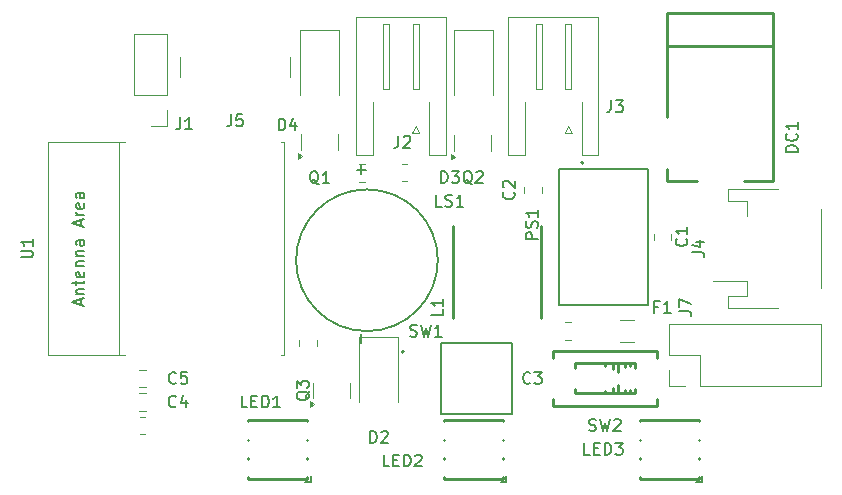
<source format=gbr>
%TF.GenerationSoftware,KiCad,Pcbnew,9.0.2*%
%TF.CreationDate,2025-06-03T14:55:12+02:00*%
%TF.ProjectId,aquarium-lid,61717561-7269-4756-9d2d-6c69642e6b69,2*%
%TF.SameCoordinates,Original*%
%TF.FileFunction,Legend,Top*%
%TF.FilePolarity,Positive*%
%FSLAX46Y46*%
G04 Gerber Fmt 4.6, Leading zero omitted, Abs format (unit mm)*
G04 Created by KiCad (PCBNEW 9.0.2) date 2025-06-03 14:55:12*
%MOMM*%
%LPD*%
G01*
G04 APERTURE LIST*
%ADD10C,0.150000*%
%ADD11C,0.120000*%
%ADD12C,0.127000*%
%ADD13C,0.200000*%
%ADD14C,0.250000*%
G04 APERTURE END LIST*
D10*
X53409580Y-35216666D02*
X53457200Y-35264285D01*
X53457200Y-35264285D02*
X53504819Y-35407142D01*
X53504819Y-35407142D02*
X53504819Y-35502380D01*
X53504819Y-35502380D02*
X53457200Y-35645237D01*
X53457200Y-35645237D02*
X53361961Y-35740475D01*
X53361961Y-35740475D02*
X53266723Y-35788094D01*
X53266723Y-35788094D02*
X53076247Y-35835713D01*
X53076247Y-35835713D02*
X52933390Y-35835713D01*
X52933390Y-35835713D02*
X52742914Y-35788094D01*
X52742914Y-35788094D02*
X52647676Y-35740475D01*
X52647676Y-35740475D02*
X52552438Y-35645237D01*
X52552438Y-35645237D02*
X52504819Y-35502380D01*
X52504819Y-35502380D02*
X52504819Y-35407142D01*
X52504819Y-35407142D02*
X52552438Y-35264285D01*
X52552438Y-35264285D02*
X52600057Y-35216666D01*
X52600057Y-34835713D02*
X52552438Y-34788094D01*
X52552438Y-34788094D02*
X52504819Y-34692856D01*
X52504819Y-34692856D02*
X52504819Y-34454761D01*
X52504819Y-34454761D02*
X52552438Y-34359523D01*
X52552438Y-34359523D02*
X52600057Y-34311904D01*
X52600057Y-34311904D02*
X52695295Y-34264285D01*
X52695295Y-34264285D02*
X52790533Y-34264285D01*
X52790533Y-34264285D02*
X52933390Y-34311904D01*
X52933390Y-34311904D02*
X53504819Y-34883332D01*
X53504819Y-34883332D02*
X53504819Y-34264285D01*
X36150057Y-52095238D02*
X36102438Y-52190476D01*
X36102438Y-52190476D02*
X36007200Y-52285714D01*
X36007200Y-52285714D02*
X35864342Y-52428571D01*
X35864342Y-52428571D02*
X35816723Y-52523809D01*
X35816723Y-52523809D02*
X35816723Y-52619047D01*
X36054819Y-52571428D02*
X36007200Y-52666666D01*
X36007200Y-52666666D02*
X35911961Y-52761904D01*
X35911961Y-52761904D02*
X35721485Y-52809523D01*
X35721485Y-52809523D02*
X35388152Y-52809523D01*
X35388152Y-52809523D02*
X35197676Y-52761904D01*
X35197676Y-52761904D02*
X35102438Y-52666666D01*
X35102438Y-52666666D02*
X35054819Y-52571428D01*
X35054819Y-52571428D02*
X35054819Y-52380952D01*
X35054819Y-52380952D02*
X35102438Y-52285714D01*
X35102438Y-52285714D02*
X35197676Y-52190476D01*
X35197676Y-52190476D02*
X35388152Y-52142857D01*
X35388152Y-52142857D02*
X35721485Y-52142857D01*
X35721485Y-52142857D02*
X35911961Y-52190476D01*
X35911961Y-52190476D02*
X36007200Y-52285714D01*
X36007200Y-52285714D02*
X36054819Y-52380952D01*
X36054819Y-52380952D02*
X36054819Y-52571428D01*
X35054819Y-51809523D02*
X35054819Y-51190476D01*
X35054819Y-51190476D02*
X35435771Y-51523809D01*
X35435771Y-51523809D02*
X35435771Y-51380952D01*
X35435771Y-51380952D02*
X35483390Y-51285714D01*
X35483390Y-51285714D02*
X35531009Y-51238095D01*
X35531009Y-51238095D02*
X35626247Y-51190476D01*
X35626247Y-51190476D02*
X35864342Y-51190476D01*
X35864342Y-51190476D02*
X35959580Y-51238095D01*
X35959580Y-51238095D02*
X36007200Y-51285714D01*
X36007200Y-51285714D02*
X36054819Y-51380952D01*
X36054819Y-51380952D02*
X36054819Y-51666666D01*
X36054819Y-51666666D02*
X36007200Y-51761904D01*
X36007200Y-51761904D02*
X35959580Y-51809523D01*
X43666666Y-30454819D02*
X43666666Y-31169104D01*
X43666666Y-31169104D02*
X43619047Y-31311961D01*
X43619047Y-31311961D02*
X43523809Y-31407200D01*
X43523809Y-31407200D02*
X43380952Y-31454819D01*
X43380952Y-31454819D02*
X43285714Y-31454819D01*
X44095238Y-30550057D02*
X44142857Y-30502438D01*
X44142857Y-30502438D02*
X44238095Y-30454819D01*
X44238095Y-30454819D02*
X44476190Y-30454819D01*
X44476190Y-30454819D02*
X44571428Y-30502438D01*
X44571428Y-30502438D02*
X44619047Y-30550057D01*
X44619047Y-30550057D02*
X44666666Y-30645295D01*
X44666666Y-30645295D02*
X44666666Y-30740533D01*
X44666666Y-30740533D02*
X44619047Y-30883390D01*
X44619047Y-30883390D02*
X44047619Y-31454819D01*
X44047619Y-31454819D02*
X44666666Y-31454819D01*
X25188781Y-28910984D02*
X25188781Y-29625269D01*
X25188781Y-29625269D02*
X25141162Y-29768126D01*
X25141162Y-29768126D02*
X25045924Y-29863365D01*
X25045924Y-29863365D02*
X24903067Y-29910984D01*
X24903067Y-29910984D02*
X24807829Y-29910984D01*
X26188781Y-29910984D02*
X25617353Y-29910984D01*
X25903067Y-29910984D02*
X25903067Y-28910984D01*
X25903067Y-28910984D02*
X25807829Y-29053841D01*
X25807829Y-29053841D02*
X25712591Y-29149079D01*
X25712591Y-29149079D02*
X25617353Y-29196698D01*
X55454819Y-39214285D02*
X54454819Y-39214285D01*
X54454819Y-39214285D02*
X54454819Y-38833333D01*
X54454819Y-38833333D02*
X54502438Y-38738095D01*
X54502438Y-38738095D02*
X54550057Y-38690476D01*
X54550057Y-38690476D02*
X54645295Y-38642857D01*
X54645295Y-38642857D02*
X54788152Y-38642857D01*
X54788152Y-38642857D02*
X54883390Y-38690476D01*
X54883390Y-38690476D02*
X54931009Y-38738095D01*
X54931009Y-38738095D02*
X54978628Y-38833333D01*
X54978628Y-38833333D02*
X54978628Y-39214285D01*
X55407200Y-38261904D02*
X55454819Y-38119047D01*
X55454819Y-38119047D02*
X55454819Y-37880952D01*
X55454819Y-37880952D02*
X55407200Y-37785714D01*
X55407200Y-37785714D02*
X55359580Y-37738095D01*
X55359580Y-37738095D02*
X55264342Y-37690476D01*
X55264342Y-37690476D02*
X55169104Y-37690476D01*
X55169104Y-37690476D02*
X55073866Y-37738095D01*
X55073866Y-37738095D02*
X55026247Y-37785714D01*
X55026247Y-37785714D02*
X54978628Y-37880952D01*
X54978628Y-37880952D02*
X54931009Y-38071428D01*
X54931009Y-38071428D02*
X54883390Y-38166666D01*
X54883390Y-38166666D02*
X54835771Y-38214285D01*
X54835771Y-38214285D02*
X54740533Y-38261904D01*
X54740533Y-38261904D02*
X54645295Y-38261904D01*
X54645295Y-38261904D02*
X54550057Y-38214285D01*
X54550057Y-38214285D02*
X54502438Y-38166666D01*
X54502438Y-38166666D02*
X54454819Y-38071428D01*
X54454819Y-38071428D02*
X54454819Y-37833333D01*
X54454819Y-37833333D02*
X54502438Y-37690476D01*
X55454819Y-36738095D02*
X55454819Y-37309523D01*
X55454819Y-37023809D02*
X54454819Y-37023809D01*
X54454819Y-37023809D02*
X54597676Y-37119047D01*
X54597676Y-37119047D02*
X54692914Y-37214285D01*
X54692914Y-37214285D02*
X54740533Y-37309523D01*
X59880952Y-57454819D02*
X59404762Y-57454819D01*
X59404762Y-57454819D02*
X59404762Y-56454819D01*
X60214286Y-56931009D02*
X60547619Y-56931009D01*
X60690476Y-57454819D02*
X60214286Y-57454819D01*
X60214286Y-57454819D02*
X60214286Y-56454819D01*
X60214286Y-56454819D02*
X60690476Y-56454819D01*
X61119048Y-57454819D02*
X61119048Y-56454819D01*
X61119048Y-56454819D02*
X61357143Y-56454819D01*
X61357143Y-56454819D02*
X61500000Y-56502438D01*
X61500000Y-56502438D02*
X61595238Y-56597676D01*
X61595238Y-56597676D02*
X61642857Y-56692914D01*
X61642857Y-56692914D02*
X61690476Y-56883390D01*
X61690476Y-56883390D02*
X61690476Y-57026247D01*
X61690476Y-57026247D02*
X61642857Y-57216723D01*
X61642857Y-57216723D02*
X61595238Y-57311961D01*
X61595238Y-57311961D02*
X61500000Y-57407200D01*
X61500000Y-57407200D02*
X61357143Y-57454819D01*
X61357143Y-57454819D02*
X61119048Y-57454819D01*
X62023810Y-56454819D02*
X62642857Y-56454819D01*
X62642857Y-56454819D02*
X62309524Y-56835771D01*
X62309524Y-56835771D02*
X62452381Y-56835771D01*
X62452381Y-56835771D02*
X62547619Y-56883390D01*
X62547619Y-56883390D02*
X62595238Y-56931009D01*
X62595238Y-56931009D02*
X62642857Y-57026247D01*
X62642857Y-57026247D02*
X62642857Y-57264342D01*
X62642857Y-57264342D02*
X62595238Y-57359580D01*
X62595238Y-57359580D02*
X62547619Y-57407200D01*
X62547619Y-57407200D02*
X62452381Y-57454819D01*
X62452381Y-57454819D02*
X62166667Y-57454819D01*
X62166667Y-57454819D02*
X62071429Y-57407200D01*
X62071429Y-57407200D02*
X62023810Y-57359580D01*
X54833333Y-51359580D02*
X54785714Y-51407200D01*
X54785714Y-51407200D02*
X54642857Y-51454819D01*
X54642857Y-51454819D02*
X54547619Y-51454819D01*
X54547619Y-51454819D02*
X54404762Y-51407200D01*
X54404762Y-51407200D02*
X54309524Y-51311961D01*
X54309524Y-51311961D02*
X54261905Y-51216723D01*
X54261905Y-51216723D02*
X54214286Y-51026247D01*
X54214286Y-51026247D02*
X54214286Y-50883390D01*
X54214286Y-50883390D02*
X54261905Y-50692914D01*
X54261905Y-50692914D02*
X54309524Y-50597676D01*
X54309524Y-50597676D02*
X54404762Y-50502438D01*
X54404762Y-50502438D02*
X54547619Y-50454819D01*
X54547619Y-50454819D02*
X54642857Y-50454819D01*
X54642857Y-50454819D02*
X54785714Y-50502438D01*
X54785714Y-50502438D02*
X54833333Y-50550057D01*
X55166667Y-50454819D02*
X55785714Y-50454819D01*
X55785714Y-50454819D02*
X55452381Y-50835771D01*
X55452381Y-50835771D02*
X55595238Y-50835771D01*
X55595238Y-50835771D02*
X55690476Y-50883390D01*
X55690476Y-50883390D02*
X55738095Y-50931009D01*
X55738095Y-50931009D02*
X55785714Y-51026247D01*
X55785714Y-51026247D02*
X55785714Y-51264342D01*
X55785714Y-51264342D02*
X55738095Y-51359580D01*
X55738095Y-51359580D02*
X55690476Y-51407200D01*
X55690476Y-51407200D02*
X55595238Y-51454819D01*
X55595238Y-51454819D02*
X55309524Y-51454819D01*
X55309524Y-51454819D02*
X55214286Y-51407200D01*
X55214286Y-51407200D02*
X55166667Y-51359580D01*
X67454819Y-45333333D02*
X68169104Y-45333333D01*
X68169104Y-45333333D02*
X68311961Y-45380952D01*
X68311961Y-45380952D02*
X68407200Y-45476190D01*
X68407200Y-45476190D02*
X68454819Y-45619047D01*
X68454819Y-45619047D02*
X68454819Y-45714285D01*
X67454819Y-44952380D02*
X67454819Y-44285714D01*
X67454819Y-44285714D02*
X68454819Y-44714285D01*
X33516572Y-29997133D02*
X33516572Y-28997133D01*
X33516572Y-28997133D02*
X33754667Y-28997133D01*
X33754667Y-28997133D02*
X33897524Y-29044752D01*
X33897524Y-29044752D02*
X33992762Y-29139990D01*
X33992762Y-29139990D02*
X34040381Y-29235228D01*
X34040381Y-29235228D02*
X34088000Y-29425704D01*
X34088000Y-29425704D02*
X34088000Y-29568561D01*
X34088000Y-29568561D02*
X34040381Y-29759037D01*
X34040381Y-29759037D02*
X33992762Y-29854275D01*
X33992762Y-29854275D02*
X33897524Y-29949514D01*
X33897524Y-29949514D02*
X33754667Y-29997133D01*
X33754667Y-29997133D02*
X33516572Y-29997133D01*
X34945143Y-29330466D02*
X34945143Y-29997133D01*
X34707048Y-28949514D02*
X34468953Y-29663799D01*
X34468953Y-29663799D02*
X35088000Y-29663799D01*
X77454819Y-31838094D02*
X76454819Y-31838094D01*
X76454819Y-31838094D02*
X76454819Y-31599999D01*
X76454819Y-31599999D02*
X76502438Y-31457142D01*
X76502438Y-31457142D02*
X76597676Y-31361904D01*
X76597676Y-31361904D02*
X76692914Y-31314285D01*
X76692914Y-31314285D02*
X76883390Y-31266666D01*
X76883390Y-31266666D02*
X77026247Y-31266666D01*
X77026247Y-31266666D02*
X77216723Y-31314285D01*
X77216723Y-31314285D02*
X77311961Y-31361904D01*
X77311961Y-31361904D02*
X77407200Y-31457142D01*
X77407200Y-31457142D02*
X77454819Y-31599999D01*
X77454819Y-31599999D02*
X77454819Y-31838094D01*
X77359580Y-30266666D02*
X77407200Y-30314285D01*
X77407200Y-30314285D02*
X77454819Y-30457142D01*
X77454819Y-30457142D02*
X77454819Y-30552380D01*
X77454819Y-30552380D02*
X77407200Y-30695237D01*
X77407200Y-30695237D02*
X77311961Y-30790475D01*
X77311961Y-30790475D02*
X77216723Y-30838094D01*
X77216723Y-30838094D02*
X77026247Y-30885713D01*
X77026247Y-30885713D02*
X76883390Y-30885713D01*
X76883390Y-30885713D02*
X76692914Y-30838094D01*
X76692914Y-30838094D02*
X76597676Y-30790475D01*
X76597676Y-30790475D02*
X76502438Y-30695237D01*
X76502438Y-30695237D02*
X76454819Y-30552380D01*
X76454819Y-30552380D02*
X76454819Y-30457142D01*
X76454819Y-30457142D02*
X76502438Y-30314285D01*
X76502438Y-30314285D02*
X76550057Y-30266666D01*
X77454819Y-29314285D02*
X77454819Y-29885713D01*
X77454819Y-29599999D02*
X76454819Y-29599999D01*
X76454819Y-29599999D02*
X76597676Y-29695237D01*
X76597676Y-29695237D02*
X76692914Y-29790475D01*
X76692914Y-29790475D02*
X76740533Y-29885713D01*
X47261905Y-34454819D02*
X47261905Y-33454819D01*
X47261905Y-33454819D02*
X47500000Y-33454819D01*
X47500000Y-33454819D02*
X47642857Y-33502438D01*
X47642857Y-33502438D02*
X47738095Y-33597676D01*
X47738095Y-33597676D02*
X47785714Y-33692914D01*
X47785714Y-33692914D02*
X47833333Y-33883390D01*
X47833333Y-33883390D02*
X47833333Y-34026247D01*
X47833333Y-34026247D02*
X47785714Y-34216723D01*
X47785714Y-34216723D02*
X47738095Y-34311961D01*
X47738095Y-34311961D02*
X47642857Y-34407200D01*
X47642857Y-34407200D02*
X47500000Y-34454819D01*
X47500000Y-34454819D02*
X47261905Y-34454819D01*
X48166667Y-33454819D02*
X48785714Y-33454819D01*
X48785714Y-33454819D02*
X48452381Y-33835771D01*
X48452381Y-33835771D02*
X48595238Y-33835771D01*
X48595238Y-33835771D02*
X48690476Y-33883390D01*
X48690476Y-33883390D02*
X48738095Y-33931009D01*
X48738095Y-33931009D02*
X48785714Y-34026247D01*
X48785714Y-34026247D02*
X48785714Y-34264342D01*
X48785714Y-34264342D02*
X48738095Y-34359580D01*
X48738095Y-34359580D02*
X48690476Y-34407200D01*
X48690476Y-34407200D02*
X48595238Y-34454819D01*
X48595238Y-34454819D02*
X48309524Y-34454819D01*
X48309524Y-34454819D02*
X48214286Y-34407200D01*
X48214286Y-34407200D02*
X48166667Y-34359580D01*
X30880952Y-53454819D02*
X30404762Y-53454819D01*
X30404762Y-53454819D02*
X30404762Y-52454819D01*
X31214286Y-52931009D02*
X31547619Y-52931009D01*
X31690476Y-53454819D02*
X31214286Y-53454819D01*
X31214286Y-53454819D02*
X31214286Y-52454819D01*
X31214286Y-52454819D02*
X31690476Y-52454819D01*
X32119048Y-53454819D02*
X32119048Y-52454819D01*
X32119048Y-52454819D02*
X32357143Y-52454819D01*
X32357143Y-52454819D02*
X32500000Y-52502438D01*
X32500000Y-52502438D02*
X32595238Y-52597676D01*
X32595238Y-52597676D02*
X32642857Y-52692914D01*
X32642857Y-52692914D02*
X32690476Y-52883390D01*
X32690476Y-52883390D02*
X32690476Y-53026247D01*
X32690476Y-53026247D02*
X32642857Y-53216723D01*
X32642857Y-53216723D02*
X32595238Y-53311961D01*
X32595238Y-53311961D02*
X32500000Y-53407200D01*
X32500000Y-53407200D02*
X32357143Y-53454819D01*
X32357143Y-53454819D02*
X32119048Y-53454819D01*
X33642857Y-53454819D02*
X33071429Y-53454819D01*
X33357143Y-53454819D02*
X33357143Y-52454819D01*
X33357143Y-52454819D02*
X33261905Y-52597676D01*
X33261905Y-52597676D02*
X33166667Y-52692914D01*
X33166667Y-52692914D02*
X33071429Y-52740533D01*
X24833333Y-51359580D02*
X24785714Y-51407200D01*
X24785714Y-51407200D02*
X24642857Y-51454819D01*
X24642857Y-51454819D02*
X24547619Y-51454819D01*
X24547619Y-51454819D02*
X24404762Y-51407200D01*
X24404762Y-51407200D02*
X24309524Y-51311961D01*
X24309524Y-51311961D02*
X24261905Y-51216723D01*
X24261905Y-51216723D02*
X24214286Y-51026247D01*
X24214286Y-51026247D02*
X24214286Y-50883390D01*
X24214286Y-50883390D02*
X24261905Y-50692914D01*
X24261905Y-50692914D02*
X24309524Y-50597676D01*
X24309524Y-50597676D02*
X24404762Y-50502438D01*
X24404762Y-50502438D02*
X24547619Y-50454819D01*
X24547619Y-50454819D02*
X24642857Y-50454819D01*
X24642857Y-50454819D02*
X24785714Y-50502438D01*
X24785714Y-50502438D02*
X24833333Y-50550057D01*
X25738095Y-50454819D02*
X25261905Y-50454819D01*
X25261905Y-50454819D02*
X25214286Y-50931009D01*
X25214286Y-50931009D02*
X25261905Y-50883390D01*
X25261905Y-50883390D02*
X25357143Y-50835771D01*
X25357143Y-50835771D02*
X25595238Y-50835771D01*
X25595238Y-50835771D02*
X25690476Y-50883390D01*
X25690476Y-50883390D02*
X25738095Y-50931009D01*
X25738095Y-50931009D02*
X25785714Y-51026247D01*
X25785714Y-51026247D02*
X25785714Y-51264342D01*
X25785714Y-51264342D02*
X25738095Y-51359580D01*
X25738095Y-51359580D02*
X25690476Y-51407200D01*
X25690476Y-51407200D02*
X25595238Y-51454819D01*
X25595238Y-51454819D02*
X25357143Y-51454819D01*
X25357143Y-51454819D02*
X25261905Y-51407200D01*
X25261905Y-51407200D02*
X25214286Y-51359580D01*
X41261905Y-56454819D02*
X41261905Y-55454819D01*
X41261905Y-55454819D02*
X41500000Y-55454819D01*
X41500000Y-55454819D02*
X41642857Y-55502438D01*
X41642857Y-55502438D02*
X41738095Y-55597676D01*
X41738095Y-55597676D02*
X41785714Y-55692914D01*
X41785714Y-55692914D02*
X41833333Y-55883390D01*
X41833333Y-55883390D02*
X41833333Y-56026247D01*
X41833333Y-56026247D02*
X41785714Y-56216723D01*
X41785714Y-56216723D02*
X41738095Y-56311961D01*
X41738095Y-56311961D02*
X41642857Y-56407200D01*
X41642857Y-56407200D02*
X41500000Y-56454819D01*
X41500000Y-56454819D02*
X41261905Y-56454819D01*
X42214286Y-55550057D02*
X42261905Y-55502438D01*
X42261905Y-55502438D02*
X42357143Y-55454819D01*
X42357143Y-55454819D02*
X42595238Y-55454819D01*
X42595238Y-55454819D02*
X42690476Y-55502438D01*
X42690476Y-55502438D02*
X42738095Y-55550057D01*
X42738095Y-55550057D02*
X42785714Y-55645295D01*
X42785714Y-55645295D02*
X42785714Y-55740533D01*
X42785714Y-55740533D02*
X42738095Y-55883390D01*
X42738095Y-55883390D02*
X42166667Y-56454819D01*
X42166667Y-56454819D02*
X42785714Y-56454819D01*
X36904761Y-34550057D02*
X36809523Y-34502438D01*
X36809523Y-34502438D02*
X36714285Y-34407200D01*
X36714285Y-34407200D02*
X36571428Y-34264342D01*
X36571428Y-34264342D02*
X36476190Y-34216723D01*
X36476190Y-34216723D02*
X36380952Y-34216723D01*
X36428571Y-34454819D02*
X36333333Y-34407200D01*
X36333333Y-34407200D02*
X36238095Y-34311961D01*
X36238095Y-34311961D02*
X36190476Y-34121485D01*
X36190476Y-34121485D02*
X36190476Y-33788152D01*
X36190476Y-33788152D02*
X36238095Y-33597676D01*
X36238095Y-33597676D02*
X36333333Y-33502438D01*
X36333333Y-33502438D02*
X36428571Y-33454819D01*
X36428571Y-33454819D02*
X36619047Y-33454819D01*
X36619047Y-33454819D02*
X36714285Y-33502438D01*
X36714285Y-33502438D02*
X36809523Y-33597676D01*
X36809523Y-33597676D02*
X36857142Y-33788152D01*
X36857142Y-33788152D02*
X36857142Y-34121485D01*
X36857142Y-34121485D02*
X36809523Y-34311961D01*
X36809523Y-34311961D02*
X36714285Y-34407200D01*
X36714285Y-34407200D02*
X36619047Y-34454819D01*
X36619047Y-34454819D02*
X36428571Y-34454819D01*
X37809523Y-34454819D02*
X37238095Y-34454819D01*
X37523809Y-34454819D02*
X37523809Y-33454819D01*
X37523809Y-33454819D02*
X37428571Y-33597676D01*
X37428571Y-33597676D02*
X37333333Y-33692914D01*
X37333333Y-33692914D02*
X37238095Y-33740533D01*
X47454819Y-45166666D02*
X47454819Y-45642856D01*
X47454819Y-45642856D02*
X46454819Y-45642856D01*
X47454819Y-44309523D02*
X47454819Y-44880951D01*
X47454819Y-44595237D02*
X46454819Y-44595237D01*
X46454819Y-44595237D02*
X46597676Y-44690475D01*
X46597676Y-44690475D02*
X46692914Y-44785713D01*
X46692914Y-44785713D02*
X46740533Y-44880951D01*
X49904761Y-34550057D02*
X49809523Y-34502438D01*
X49809523Y-34502438D02*
X49714285Y-34407200D01*
X49714285Y-34407200D02*
X49571428Y-34264342D01*
X49571428Y-34264342D02*
X49476190Y-34216723D01*
X49476190Y-34216723D02*
X49380952Y-34216723D01*
X49428571Y-34454819D02*
X49333333Y-34407200D01*
X49333333Y-34407200D02*
X49238095Y-34311961D01*
X49238095Y-34311961D02*
X49190476Y-34121485D01*
X49190476Y-34121485D02*
X49190476Y-33788152D01*
X49190476Y-33788152D02*
X49238095Y-33597676D01*
X49238095Y-33597676D02*
X49333333Y-33502438D01*
X49333333Y-33502438D02*
X49428571Y-33454819D01*
X49428571Y-33454819D02*
X49619047Y-33454819D01*
X49619047Y-33454819D02*
X49714285Y-33502438D01*
X49714285Y-33502438D02*
X49809523Y-33597676D01*
X49809523Y-33597676D02*
X49857142Y-33788152D01*
X49857142Y-33788152D02*
X49857142Y-34121485D01*
X49857142Y-34121485D02*
X49809523Y-34311961D01*
X49809523Y-34311961D02*
X49714285Y-34407200D01*
X49714285Y-34407200D02*
X49619047Y-34454819D01*
X49619047Y-34454819D02*
X49428571Y-34454819D01*
X50238095Y-33550057D02*
X50285714Y-33502438D01*
X50285714Y-33502438D02*
X50380952Y-33454819D01*
X50380952Y-33454819D02*
X50619047Y-33454819D01*
X50619047Y-33454819D02*
X50714285Y-33502438D01*
X50714285Y-33502438D02*
X50761904Y-33550057D01*
X50761904Y-33550057D02*
X50809523Y-33645295D01*
X50809523Y-33645295D02*
X50809523Y-33740533D01*
X50809523Y-33740533D02*
X50761904Y-33883390D01*
X50761904Y-33883390D02*
X50190476Y-34454819D01*
X50190476Y-34454819D02*
X50809523Y-34454819D01*
X44666667Y-47407200D02*
X44809524Y-47454819D01*
X44809524Y-47454819D02*
X45047619Y-47454819D01*
X45047619Y-47454819D02*
X45142857Y-47407200D01*
X45142857Y-47407200D02*
X45190476Y-47359580D01*
X45190476Y-47359580D02*
X45238095Y-47264342D01*
X45238095Y-47264342D02*
X45238095Y-47169104D01*
X45238095Y-47169104D02*
X45190476Y-47073866D01*
X45190476Y-47073866D02*
X45142857Y-47026247D01*
X45142857Y-47026247D02*
X45047619Y-46978628D01*
X45047619Y-46978628D02*
X44857143Y-46931009D01*
X44857143Y-46931009D02*
X44761905Y-46883390D01*
X44761905Y-46883390D02*
X44714286Y-46835771D01*
X44714286Y-46835771D02*
X44666667Y-46740533D01*
X44666667Y-46740533D02*
X44666667Y-46645295D01*
X44666667Y-46645295D02*
X44714286Y-46550057D01*
X44714286Y-46550057D02*
X44761905Y-46502438D01*
X44761905Y-46502438D02*
X44857143Y-46454819D01*
X44857143Y-46454819D02*
X45095238Y-46454819D01*
X45095238Y-46454819D02*
X45238095Y-46502438D01*
X45571429Y-46454819D02*
X45809524Y-47454819D01*
X45809524Y-47454819D02*
X46000000Y-46740533D01*
X46000000Y-46740533D02*
X46190476Y-47454819D01*
X46190476Y-47454819D02*
X46428572Y-46454819D01*
X47333333Y-47454819D02*
X46761905Y-47454819D01*
X47047619Y-47454819D02*
X47047619Y-46454819D01*
X47047619Y-46454819D02*
X46952381Y-46597676D01*
X46952381Y-46597676D02*
X46857143Y-46692914D01*
X46857143Y-46692914D02*
X46761905Y-46740533D01*
X68039580Y-39166666D02*
X68087200Y-39214285D01*
X68087200Y-39214285D02*
X68134819Y-39357142D01*
X68134819Y-39357142D02*
X68134819Y-39452380D01*
X68134819Y-39452380D02*
X68087200Y-39595237D01*
X68087200Y-39595237D02*
X67991961Y-39690475D01*
X67991961Y-39690475D02*
X67896723Y-39738094D01*
X67896723Y-39738094D02*
X67706247Y-39785713D01*
X67706247Y-39785713D02*
X67563390Y-39785713D01*
X67563390Y-39785713D02*
X67372914Y-39738094D01*
X67372914Y-39738094D02*
X67277676Y-39690475D01*
X67277676Y-39690475D02*
X67182438Y-39595237D01*
X67182438Y-39595237D02*
X67134819Y-39452380D01*
X67134819Y-39452380D02*
X67134819Y-39357142D01*
X67134819Y-39357142D02*
X67182438Y-39214285D01*
X67182438Y-39214285D02*
X67230057Y-39166666D01*
X68134819Y-38214285D02*
X68134819Y-38785713D01*
X68134819Y-38499999D02*
X67134819Y-38499999D01*
X67134819Y-38499999D02*
X67277676Y-38595237D01*
X67277676Y-38595237D02*
X67372914Y-38690475D01*
X67372914Y-38690475D02*
X67420533Y-38785713D01*
X47356278Y-36455442D02*
X46879446Y-36455442D01*
X46879446Y-36455442D02*
X46879446Y-35454096D01*
X47642376Y-36407759D02*
X47785426Y-36455442D01*
X47785426Y-36455442D02*
X48023841Y-36455442D01*
X48023841Y-36455442D02*
X48119208Y-36407759D01*
X48119208Y-36407759D02*
X48166891Y-36360075D01*
X48166891Y-36360075D02*
X48214574Y-36264709D01*
X48214574Y-36264709D02*
X48214574Y-36169343D01*
X48214574Y-36169343D02*
X48166891Y-36073977D01*
X48166891Y-36073977D02*
X48119208Y-36026293D01*
X48119208Y-36026293D02*
X48023841Y-35978610D01*
X48023841Y-35978610D02*
X47833109Y-35930927D01*
X47833109Y-35930927D02*
X47737742Y-35883244D01*
X47737742Y-35883244D02*
X47690059Y-35835561D01*
X47690059Y-35835561D02*
X47642376Y-35740195D01*
X47642376Y-35740195D02*
X47642376Y-35644828D01*
X47642376Y-35644828D02*
X47690059Y-35549462D01*
X47690059Y-35549462D02*
X47737742Y-35501779D01*
X47737742Y-35501779D02*
X47833109Y-35454096D01*
X47833109Y-35454096D02*
X48071524Y-35454096D01*
X48071524Y-35454096D02*
X48214574Y-35501779D01*
X49168237Y-36455442D02*
X48596039Y-36455442D01*
X48882138Y-36455442D02*
X48882138Y-35454096D01*
X48882138Y-35454096D02*
X48786772Y-35597145D01*
X48786772Y-35597145D02*
X48691405Y-35692511D01*
X48691405Y-35692511D02*
X48596039Y-35740195D01*
X40502888Y-33726443D02*
X40502888Y-32963015D01*
X40884602Y-33344729D02*
X40121173Y-33344729D01*
X40503098Y-47989228D02*
X40503098Y-47226130D01*
X68554819Y-40333333D02*
X69269104Y-40333333D01*
X69269104Y-40333333D02*
X69411961Y-40380952D01*
X69411961Y-40380952D02*
X69507200Y-40476190D01*
X69507200Y-40476190D02*
X69554819Y-40619047D01*
X69554819Y-40619047D02*
X69554819Y-40714285D01*
X68888152Y-39428571D02*
X69554819Y-39428571D01*
X68507200Y-39666666D02*
X69221485Y-39904761D01*
X69221485Y-39904761D02*
X69221485Y-39285714D01*
X24833333Y-53359580D02*
X24785714Y-53407200D01*
X24785714Y-53407200D02*
X24642857Y-53454819D01*
X24642857Y-53454819D02*
X24547619Y-53454819D01*
X24547619Y-53454819D02*
X24404762Y-53407200D01*
X24404762Y-53407200D02*
X24309524Y-53311961D01*
X24309524Y-53311961D02*
X24261905Y-53216723D01*
X24261905Y-53216723D02*
X24214286Y-53026247D01*
X24214286Y-53026247D02*
X24214286Y-52883390D01*
X24214286Y-52883390D02*
X24261905Y-52692914D01*
X24261905Y-52692914D02*
X24309524Y-52597676D01*
X24309524Y-52597676D02*
X24404762Y-52502438D01*
X24404762Y-52502438D02*
X24547619Y-52454819D01*
X24547619Y-52454819D02*
X24642857Y-52454819D01*
X24642857Y-52454819D02*
X24785714Y-52502438D01*
X24785714Y-52502438D02*
X24833333Y-52550057D01*
X25690476Y-52788152D02*
X25690476Y-53454819D01*
X25452381Y-52407200D02*
X25214286Y-53121485D01*
X25214286Y-53121485D02*
X25833333Y-53121485D01*
X42880952Y-58454819D02*
X42404762Y-58454819D01*
X42404762Y-58454819D02*
X42404762Y-57454819D01*
X43214286Y-57931009D02*
X43547619Y-57931009D01*
X43690476Y-58454819D02*
X43214286Y-58454819D01*
X43214286Y-58454819D02*
X43214286Y-57454819D01*
X43214286Y-57454819D02*
X43690476Y-57454819D01*
X44119048Y-58454819D02*
X44119048Y-57454819D01*
X44119048Y-57454819D02*
X44357143Y-57454819D01*
X44357143Y-57454819D02*
X44500000Y-57502438D01*
X44500000Y-57502438D02*
X44595238Y-57597676D01*
X44595238Y-57597676D02*
X44642857Y-57692914D01*
X44642857Y-57692914D02*
X44690476Y-57883390D01*
X44690476Y-57883390D02*
X44690476Y-58026247D01*
X44690476Y-58026247D02*
X44642857Y-58216723D01*
X44642857Y-58216723D02*
X44595238Y-58311961D01*
X44595238Y-58311961D02*
X44500000Y-58407200D01*
X44500000Y-58407200D02*
X44357143Y-58454819D01*
X44357143Y-58454819D02*
X44119048Y-58454819D01*
X45071429Y-57550057D02*
X45119048Y-57502438D01*
X45119048Y-57502438D02*
X45214286Y-57454819D01*
X45214286Y-57454819D02*
X45452381Y-57454819D01*
X45452381Y-57454819D02*
X45547619Y-57502438D01*
X45547619Y-57502438D02*
X45595238Y-57550057D01*
X45595238Y-57550057D02*
X45642857Y-57645295D01*
X45642857Y-57645295D02*
X45642857Y-57740533D01*
X45642857Y-57740533D02*
X45595238Y-57883390D01*
X45595238Y-57883390D02*
X45023810Y-58454819D01*
X45023810Y-58454819D02*
X45642857Y-58454819D01*
X11704819Y-40761904D02*
X12514342Y-40761904D01*
X12514342Y-40761904D02*
X12609580Y-40714285D01*
X12609580Y-40714285D02*
X12657200Y-40666666D01*
X12657200Y-40666666D02*
X12704819Y-40571428D01*
X12704819Y-40571428D02*
X12704819Y-40380952D01*
X12704819Y-40380952D02*
X12657200Y-40285714D01*
X12657200Y-40285714D02*
X12609580Y-40238095D01*
X12609580Y-40238095D02*
X12514342Y-40190476D01*
X12514342Y-40190476D02*
X11704819Y-40190476D01*
X12704819Y-39190476D02*
X12704819Y-39761904D01*
X12704819Y-39476190D02*
X11704819Y-39476190D01*
X11704819Y-39476190D02*
X11847676Y-39571428D01*
X11847676Y-39571428D02*
X11942914Y-39666666D01*
X11942914Y-39666666D02*
X11990533Y-39761904D01*
X16769104Y-44761905D02*
X16769104Y-44285715D01*
X17054819Y-44857143D02*
X16054819Y-44523810D01*
X16054819Y-44523810D02*
X17054819Y-44190477D01*
X16388152Y-43857143D02*
X17054819Y-43857143D01*
X16483390Y-43857143D02*
X16435771Y-43809524D01*
X16435771Y-43809524D02*
X16388152Y-43714286D01*
X16388152Y-43714286D02*
X16388152Y-43571429D01*
X16388152Y-43571429D02*
X16435771Y-43476191D01*
X16435771Y-43476191D02*
X16531009Y-43428572D01*
X16531009Y-43428572D02*
X17054819Y-43428572D01*
X16388152Y-43095238D02*
X16388152Y-42714286D01*
X16054819Y-42952381D02*
X16911961Y-42952381D01*
X16911961Y-42952381D02*
X17007200Y-42904762D01*
X17007200Y-42904762D02*
X17054819Y-42809524D01*
X17054819Y-42809524D02*
X17054819Y-42714286D01*
X17007200Y-42000000D02*
X17054819Y-42095238D01*
X17054819Y-42095238D02*
X17054819Y-42285714D01*
X17054819Y-42285714D02*
X17007200Y-42380952D01*
X17007200Y-42380952D02*
X16911961Y-42428571D01*
X16911961Y-42428571D02*
X16531009Y-42428571D01*
X16531009Y-42428571D02*
X16435771Y-42380952D01*
X16435771Y-42380952D02*
X16388152Y-42285714D01*
X16388152Y-42285714D02*
X16388152Y-42095238D01*
X16388152Y-42095238D02*
X16435771Y-42000000D01*
X16435771Y-42000000D02*
X16531009Y-41952381D01*
X16531009Y-41952381D02*
X16626247Y-41952381D01*
X16626247Y-41952381D02*
X16721485Y-42428571D01*
X16388152Y-41523809D02*
X17054819Y-41523809D01*
X16483390Y-41523809D02*
X16435771Y-41476190D01*
X16435771Y-41476190D02*
X16388152Y-41380952D01*
X16388152Y-41380952D02*
X16388152Y-41238095D01*
X16388152Y-41238095D02*
X16435771Y-41142857D01*
X16435771Y-41142857D02*
X16531009Y-41095238D01*
X16531009Y-41095238D02*
X17054819Y-41095238D01*
X16388152Y-40619047D02*
X17054819Y-40619047D01*
X16483390Y-40619047D02*
X16435771Y-40571428D01*
X16435771Y-40571428D02*
X16388152Y-40476190D01*
X16388152Y-40476190D02*
X16388152Y-40333333D01*
X16388152Y-40333333D02*
X16435771Y-40238095D01*
X16435771Y-40238095D02*
X16531009Y-40190476D01*
X16531009Y-40190476D02*
X17054819Y-40190476D01*
X17054819Y-39285714D02*
X16531009Y-39285714D01*
X16531009Y-39285714D02*
X16435771Y-39333333D01*
X16435771Y-39333333D02*
X16388152Y-39428571D01*
X16388152Y-39428571D02*
X16388152Y-39619047D01*
X16388152Y-39619047D02*
X16435771Y-39714285D01*
X17007200Y-39285714D02*
X17054819Y-39380952D01*
X17054819Y-39380952D02*
X17054819Y-39619047D01*
X17054819Y-39619047D02*
X17007200Y-39714285D01*
X17007200Y-39714285D02*
X16911961Y-39761904D01*
X16911961Y-39761904D02*
X16816723Y-39761904D01*
X16816723Y-39761904D02*
X16721485Y-39714285D01*
X16721485Y-39714285D02*
X16673866Y-39619047D01*
X16673866Y-39619047D02*
X16673866Y-39380952D01*
X16673866Y-39380952D02*
X16626247Y-39285714D01*
X16769104Y-38095237D02*
X16769104Y-37619047D01*
X17054819Y-38190475D02*
X16054819Y-37857142D01*
X16054819Y-37857142D02*
X17054819Y-37523809D01*
X17054819Y-37190475D02*
X16388152Y-37190475D01*
X16578628Y-37190475D02*
X16483390Y-37142856D01*
X16483390Y-37142856D02*
X16435771Y-37095237D01*
X16435771Y-37095237D02*
X16388152Y-36999999D01*
X16388152Y-36999999D02*
X16388152Y-36904761D01*
X17007200Y-36190475D02*
X17054819Y-36285713D01*
X17054819Y-36285713D02*
X17054819Y-36476189D01*
X17054819Y-36476189D02*
X17007200Y-36571427D01*
X17007200Y-36571427D02*
X16911961Y-36619046D01*
X16911961Y-36619046D02*
X16531009Y-36619046D01*
X16531009Y-36619046D02*
X16435771Y-36571427D01*
X16435771Y-36571427D02*
X16388152Y-36476189D01*
X16388152Y-36476189D02*
X16388152Y-36285713D01*
X16388152Y-36285713D02*
X16435771Y-36190475D01*
X16435771Y-36190475D02*
X16531009Y-36142856D01*
X16531009Y-36142856D02*
X16626247Y-36142856D01*
X16626247Y-36142856D02*
X16721485Y-36619046D01*
X17054819Y-35285713D02*
X16531009Y-35285713D01*
X16531009Y-35285713D02*
X16435771Y-35333332D01*
X16435771Y-35333332D02*
X16388152Y-35428570D01*
X16388152Y-35428570D02*
X16388152Y-35619046D01*
X16388152Y-35619046D02*
X16435771Y-35714284D01*
X17007200Y-35285713D02*
X17054819Y-35380951D01*
X17054819Y-35380951D02*
X17054819Y-35619046D01*
X17054819Y-35619046D02*
X17007200Y-35714284D01*
X17007200Y-35714284D02*
X16911961Y-35761903D01*
X16911961Y-35761903D02*
X16816723Y-35761903D01*
X16816723Y-35761903D02*
X16721485Y-35714284D01*
X16721485Y-35714284D02*
X16673866Y-35619046D01*
X16673866Y-35619046D02*
X16673866Y-35380951D01*
X16673866Y-35380951D02*
X16626247Y-35285713D01*
X65666666Y-44931009D02*
X65333333Y-44931009D01*
X65333333Y-45454819D02*
X65333333Y-44454819D01*
X65333333Y-44454819D02*
X65809523Y-44454819D01*
X66714285Y-45454819D02*
X66142857Y-45454819D01*
X66428571Y-45454819D02*
X66428571Y-44454819D01*
X66428571Y-44454819D02*
X66333333Y-44597676D01*
X66333333Y-44597676D02*
X66238095Y-44692914D01*
X66238095Y-44692914D02*
X66142857Y-44740533D01*
X29501666Y-28654819D02*
X29501666Y-29369104D01*
X29501666Y-29369104D02*
X29454047Y-29511961D01*
X29454047Y-29511961D02*
X29358809Y-29607200D01*
X29358809Y-29607200D02*
X29215952Y-29654819D01*
X29215952Y-29654819D02*
X29120714Y-29654819D01*
X30454047Y-28654819D02*
X29977857Y-28654819D01*
X29977857Y-28654819D02*
X29930238Y-29131009D01*
X29930238Y-29131009D02*
X29977857Y-29083390D01*
X29977857Y-29083390D02*
X30073095Y-29035771D01*
X30073095Y-29035771D02*
X30311190Y-29035771D01*
X30311190Y-29035771D02*
X30406428Y-29083390D01*
X30406428Y-29083390D02*
X30454047Y-29131009D01*
X30454047Y-29131009D02*
X30501666Y-29226247D01*
X30501666Y-29226247D02*
X30501666Y-29464342D01*
X30501666Y-29464342D02*
X30454047Y-29559580D01*
X30454047Y-29559580D02*
X30406428Y-29607200D01*
X30406428Y-29607200D02*
X30311190Y-29654819D01*
X30311190Y-29654819D02*
X30073095Y-29654819D01*
X30073095Y-29654819D02*
X29977857Y-29607200D01*
X29977857Y-29607200D02*
X29930238Y-29559580D01*
X61666666Y-27454819D02*
X61666666Y-28169104D01*
X61666666Y-28169104D02*
X61619047Y-28311961D01*
X61619047Y-28311961D02*
X61523809Y-28407200D01*
X61523809Y-28407200D02*
X61380952Y-28454819D01*
X61380952Y-28454819D02*
X61285714Y-28454819D01*
X62047619Y-27454819D02*
X62666666Y-27454819D01*
X62666666Y-27454819D02*
X62333333Y-27835771D01*
X62333333Y-27835771D02*
X62476190Y-27835771D01*
X62476190Y-27835771D02*
X62571428Y-27883390D01*
X62571428Y-27883390D02*
X62619047Y-27931009D01*
X62619047Y-27931009D02*
X62666666Y-28026247D01*
X62666666Y-28026247D02*
X62666666Y-28264342D01*
X62666666Y-28264342D02*
X62619047Y-28359580D01*
X62619047Y-28359580D02*
X62571428Y-28407200D01*
X62571428Y-28407200D02*
X62476190Y-28454819D01*
X62476190Y-28454819D02*
X62190476Y-28454819D01*
X62190476Y-28454819D02*
X62095238Y-28407200D01*
X62095238Y-28407200D02*
X62047619Y-28359580D01*
X59816667Y-55407200D02*
X59959524Y-55454819D01*
X59959524Y-55454819D02*
X60197619Y-55454819D01*
X60197619Y-55454819D02*
X60292857Y-55407200D01*
X60292857Y-55407200D02*
X60340476Y-55359580D01*
X60340476Y-55359580D02*
X60388095Y-55264342D01*
X60388095Y-55264342D02*
X60388095Y-55169104D01*
X60388095Y-55169104D02*
X60340476Y-55073866D01*
X60340476Y-55073866D02*
X60292857Y-55026247D01*
X60292857Y-55026247D02*
X60197619Y-54978628D01*
X60197619Y-54978628D02*
X60007143Y-54931009D01*
X60007143Y-54931009D02*
X59911905Y-54883390D01*
X59911905Y-54883390D02*
X59864286Y-54835771D01*
X59864286Y-54835771D02*
X59816667Y-54740533D01*
X59816667Y-54740533D02*
X59816667Y-54645295D01*
X59816667Y-54645295D02*
X59864286Y-54550057D01*
X59864286Y-54550057D02*
X59911905Y-54502438D01*
X59911905Y-54502438D02*
X60007143Y-54454819D01*
X60007143Y-54454819D02*
X60245238Y-54454819D01*
X60245238Y-54454819D02*
X60388095Y-54502438D01*
X60721429Y-54454819D02*
X60959524Y-55454819D01*
X60959524Y-55454819D02*
X61150000Y-54740533D01*
X61150000Y-54740533D02*
X61340476Y-55454819D01*
X61340476Y-55454819D02*
X61578572Y-54454819D01*
X61911905Y-54550057D02*
X61959524Y-54502438D01*
X61959524Y-54502438D02*
X62054762Y-54454819D01*
X62054762Y-54454819D02*
X62292857Y-54454819D01*
X62292857Y-54454819D02*
X62388095Y-54502438D01*
X62388095Y-54502438D02*
X62435714Y-54550057D01*
X62435714Y-54550057D02*
X62483333Y-54645295D01*
X62483333Y-54645295D02*
X62483333Y-54740533D01*
X62483333Y-54740533D02*
X62435714Y-54883390D01*
X62435714Y-54883390D02*
X61864286Y-55454819D01*
X61864286Y-55454819D02*
X62483333Y-55454819D01*
D11*
%TO.C,C2*%
X54315000Y-34788748D02*
X54315000Y-35311252D01*
X55785000Y-34788748D02*
X55785000Y-35311252D01*
%TO.C,Q3*%
X36440000Y-52000000D02*
X36440000Y-51350000D01*
X36440000Y-52000000D02*
X36440000Y-52650000D01*
X39560000Y-52000000D02*
X39560000Y-51350000D01*
X39560000Y-52000000D02*
X39560000Y-52650000D01*
X36490000Y-53162500D02*
X36160000Y-53402500D01*
X36160000Y-52922500D01*
X36490000Y-53162500D01*
G36*
X36490000Y-53162500D02*
G01*
X36160000Y-53402500D01*
X36160000Y-52922500D01*
X36490000Y-53162500D01*
G37*
%TO.C,J2*%
X40060000Y-20390000D02*
X40060000Y-32110000D01*
X40060000Y-32110000D02*
X41480000Y-32110000D01*
X41480000Y-32110000D02*
X41480000Y-27610000D01*
X42370000Y-21000000D02*
X42370000Y-26500000D01*
X42370000Y-26500000D02*
X42870000Y-26500000D01*
X42870000Y-21000000D02*
X42370000Y-21000000D01*
X42870000Y-26500000D02*
X42870000Y-21000000D01*
X43870000Y-20390000D02*
X40060000Y-20390000D01*
X43870000Y-20390000D02*
X47680000Y-20390000D01*
X44820000Y-30200000D02*
X45120000Y-29600000D01*
X44870000Y-21000000D02*
X44870000Y-26500000D01*
X44870000Y-26500000D02*
X45370000Y-26500000D01*
X45120000Y-29600000D02*
X45420000Y-30200000D01*
X45370000Y-21000000D02*
X44870000Y-21000000D01*
X45370000Y-26500000D02*
X45370000Y-21000000D01*
X45420000Y-30200000D02*
X44820000Y-30200000D01*
X46260000Y-32110000D02*
X46260000Y-27610000D01*
X47680000Y-20390000D02*
X47680000Y-32110000D01*
X47680000Y-32110000D02*
X46260000Y-32110000D01*
%TO.C,R2*%
X35265000Y-48227064D02*
X35265000Y-47772936D01*
X36735000Y-48227064D02*
X36735000Y-47772936D01*
%TO.C,J1*%
X21314589Y-27000286D02*
X21314589Y-21810286D01*
X24074589Y-21810286D02*
X21314589Y-21810286D01*
X24074589Y-27000286D02*
X21314589Y-27000286D01*
X24074589Y-27000286D02*
X24074589Y-21810286D01*
X24074589Y-28270286D02*
X24074589Y-29650286D01*
X24074589Y-29650286D02*
X22694589Y-29650286D01*
D12*
%TO.C,PS1*%
X57225000Y-33250000D02*
X64775000Y-33250000D01*
X57225000Y-44750000D02*
X57225000Y-33250000D01*
X64775000Y-33250000D02*
X64775000Y-44750000D01*
X64775000Y-44750000D02*
X57225000Y-44750000D01*
D13*
X59325000Y-32750000D02*
G75*
G02*
X59125000Y-32750000I-100000J0D01*
G01*
X59125000Y-32750000D02*
G75*
G02*
X59325000Y-32750000I100000J0D01*
G01*
D14*
%TO.C,LED3*%
X64087500Y-54500000D02*
X69087500Y-54500000D01*
X64087500Y-54620000D02*
X64087500Y-54490000D01*
X64087500Y-56220000D02*
X64087500Y-56180000D01*
X64087500Y-57820000D02*
X64087500Y-57780000D01*
X64087500Y-59500000D02*
X64087500Y-59380000D01*
X69087500Y-54500000D02*
X69087500Y-54620000D01*
X69087500Y-56180000D02*
X69087500Y-56220000D01*
X69087500Y-57780000D02*
X69087500Y-57820000D01*
X69087500Y-59380000D02*
X69087500Y-59500000D01*
X69087500Y-59500000D02*
X64087500Y-59500000D01*
D10*
X69397500Y-59240000D02*
X69397500Y-59730000D01*
X69397500Y-59730000D02*
X69397500Y-59800000D01*
X69397500Y-59800000D02*
X68897500Y-59800000D01*
D11*
%TO.C,C3*%
X57738748Y-46265000D02*
X58261252Y-46265000D01*
X57738748Y-47735000D02*
X58261252Y-47735000D01*
%TO.C,J7*%
X66540000Y-46355000D02*
X79460000Y-46355000D01*
X66540000Y-49005000D02*
X66540000Y-46355000D01*
X66540000Y-51655000D02*
X66540000Y-50275000D01*
X67920000Y-51655000D02*
X66540000Y-51655000D01*
X69190000Y-49005000D02*
X66540000Y-49005000D01*
X69190000Y-51655000D02*
X69190000Y-49005000D01*
X69190000Y-51655000D02*
X79460000Y-51655000D01*
X79460000Y-51655000D02*
X79460000Y-46355000D01*
%TO.C,R1*%
X22227064Y-54265000D02*
X21772936Y-54265000D01*
X22227064Y-55735000D02*
X21772936Y-55735000D01*
%TO.C,D4*%
X35350000Y-21490000D02*
X35350000Y-27000000D01*
X38650000Y-21490000D02*
X35350000Y-21490000D01*
X38650000Y-21490000D02*
X38650000Y-27000000D01*
D14*
%TO.C,DC1*%
X66385000Y-20100000D02*
X66385000Y-28270000D01*
X66385000Y-28900000D02*
X66385000Y-28270000D01*
X66385000Y-34300000D02*
X66385000Y-33300000D01*
X68935000Y-34300000D02*
X66385000Y-34300000D01*
X75375000Y-20100000D02*
X66385000Y-20100000D01*
X75375000Y-22860000D02*
X66375000Y-22860000D01*
X75385000Y-20100000D02*
X75385000Y-34300000D01*
X75385000Y-34300000D02*
X72915000Y-34300000D01*
D11*
%TO.C,D3*%
X48350000Y-21490000D02*
X48350000Y-27000000D01*
X51650000Y-21490000D02*
X48350000Y-21490000D01*
X51650000Y-21490000D02*
X51650000Y-27000000D01*
D14*
%TO.C,LED1*%
X30912500Y-54500000D02*
X35912500Y-54500000D01*
X30912500Y-54620000D02*
X30912500Y-54490000D01*
X30912500Y-56220000D02*
X30912500Y-56180000D01*
X30912500Y-57820000D02*
X30912500Y-57780000D01*
X30912500Y-59500000D02*
X30912500Y-59380000D01*
X35912500Y-54500000D02*
X35912500Y-54620000D01*
X35912500Y-56180000D02*
X35912500Y-56220000D01*
X35912500Y-57780000D02*
X35912500Y-57820000D01*
X35912500Y-59380000D02*
X35912500Y-59500000D01*
X35912500Y-59500000D02*
X30912500Y-59500000D01*
D10*
X36222500Y-59240000D02*
X36222500Y-59730000D01*
X36222500Y-59730000D02*
X36222500Y-59800000D01*
X36222500Y-59800000D02*
X35722500Y-59800000D01*
D11*
%TO.C,C5*%
X22261252Y-50265000D02*
X21738748Y-50265000D01*
X22261252Y-51735000D02*
X21738748Y-51735000D01*
%TO.C,D2*%
X40350000Y-47490000D02*
X40350000Y-53000000D01*
X43650000Y-47490000D02*
X40350000Y-47490000D01*
X43650000Y-47490000D02*
X43650000Y-53000000D01*
%TO.C,Q1*%
X35440000Y-31000000D02*
X35440000Y-30350000D01*
X35440000Y-31000000D02*
X35440000Y-31650000D01*
X38560000Y-31000000D02*
X38560000Y-30350000D01*
X38560000Y-31000000D02*
X38560000Y-31650000D01*
X35490000Y-32162500D02*
X35160000Y-32402500D01*
X35160000Y-31922500D01*
X35490000Y-32162500D01*
G36*
X35490000Y-32162500D02*
G01*
X35160000Y-32402500D01*
X35160000Y-31922500D01*
X35490000Y-32162500D01*
G37*
D14*
%TO.C,L1*%
X48300000Y-38100000D02*
X48300000Y-45900000D01*
X55700000Y-38100000D02*
X55700000Y-45900000D01*
D11*
%TO.C,Q2*%
X48390000Y-31062500D02*
X48390000Y-30412500D01*
X48390000Y-31062500D02*
X48390000Y-31712500D01*
X51510000Y-31062500D02*
X51510000Y-30412500D01*
X51510000Y-31062500D02*
X51510000Y-31712500D01*
X48440000Y-32225000D02*
X48110000Y-32465000D01*
X48110000Y-31985000D01*
X48440000Y-32225000D01*
G36*
X48440000Y-32225000D02*
G01*
X48110000Y-32465000D01*
X48110000Y-31985000D01*
X48440000Y-32225000D01*
G37*
D12*
%TO.C,SW1*%
X47287500Y-48000000D02*
X47287500Y-54000000D01*
X47287500Y-54000000D02*
X53287500Y-54000000D01*
X53287500Y-48000000D02*
X47287500Y-48000000D01*
X53287500Y-54000000D02*
X53287500Y-48000000D01*
D13*
X44137500Y-48750000D02*
G75*
G02*
X43937500Y-48750000I-100000J0D01*
G01*
X43937500Y-48750000D02*
G75*
G02*
X44137500Y-48750000I100000J0D01*
G01*
D11*
%TO.C,C1*%
X65265000Y-38738748D02*
X65265000Y-39261252D01*
X66735000Y-38738748D02*
X66735000Y-39261252D01*
D12*
%TO.C,LS1*%
X47000000Y-41000000D02*
G75*
G02*
X35000000Y-41000000I-6000000J0D01*
G01*
X35000000Y-41000000D02*
G75*
G02*
X47000000Y-41000000I6000000J0D01*
G01*
D11*
%TO.C,J4*%
X71590000Y-34940000D02*
X71590000Y-35960000D01*
X71590000Y-35960000D02*
X73190000Y-35960000D01*
X71590000Y-44040000D02*
X73190000Y-44040000D01*
X71590000Y-45060000D02*
X71590000Y-44040000D01*
X73190000Y-35960000D02*
X73190000Y-37240000D01*
X73190000Y-42760000D02*
X70300000Y-42760000D01*
X73190000Y-44040000D02*
X73190000Y-42760000D01*
X75840000Y-34940000D02*
X71590000Y-34940000D01*
X75840000Y-45060000D02*
X71590000Y-45060000D01*
X79410000Y-43340000D02*
X79410000Y-36660000D01*
%TO.C,R3*%
X40811911Y-32863526D02*
X40357783Y-32863526D01*
X40811911Y-34333526D02*
X40357783Y-34333526D01*
%TO.C,C4*%
X22261252Y-52265000D02*
X21738748Y-52265000D01*
X22261252Y-53735000D02*
X21738748Y-53735000D01*
%TO.C,R4*%
X43976136Y-32854765D02*
X44430264Y-32854765D01*
X43976136Y-34324765D02*
X44430264Y-34324765D01*
D14*
%TO.C,LED2*%
X47500000Y-54500000D02*
X52500000Y-54500000D01*
X47500000Y-54620000D02*
X47500000Y-54490000D01*
X47500000Y-56220000D02*
X47500000Y-56180000D01*
X47500000Y-57820000D02*
X47500000Y-57780000D01*
X47500000Y-59500000D02*
X47500000Y-59380000D01*
X52500000Y-54500000D02*
X52500000Y-54620000D01*
X52500000Y-56180000D02*
X52500000Y-56220000D01*
X52500000Y-57780000D02*
X52500000Y-57820000D01*
X52500000Y-59380000D02*
X52500000Y-59500000D01*
X52500000Y-59500000D02*
X47500000Y-59500000D01*
D10*
X52810000Y-59240000D02*
X52810000Y-59730000D01*
X52810000Y-59730000D02*
X52810000Y-59800000D01*
X52810000Y-59800000D02*
X52310000Y-59800000D01*
D11*
%TO.C,U1*%
X14000000Y-31000000D02*
X20500000Y-31000000D01*
X14000000Y-49000000D02*
X14000000Y-31000000D01*
X14000000Y-49000000D02*
X20500000Y-49000000D01*
X20000000Y-31000000D02*
X20000000Y-48950000D01*
X33750000Y-31000000D02*
X34000000Y-31000000D01*
X34000000Y-31000000D02*
X34000000Y-49000000D01*
X34000000Y-49000000D02*
X33750000Y-49000000D01*
%TO.C,F1*%
X62397936Y-46090000D02*
X63602064Y-46090000D01*
X62397936Y-47910000D02*
X63602064Y-47910000D01*
%TO.C,J5*%
X25165000Y-23800000D02*
X25165000Y-25500000D01*
X34505000Y-23800000D02*
X34505000Y-25500000D01*
%TO.C,J3*%
X52975000Y-20390000D02*
X52975000Y-32110000D01*
X52975000Y-32110000D02*
X54395000Y-32110000D01*
X54395000Y-32110000D02*
X54395000Y-27610000D01*
X55285000Y-21000000D02*
X55285000Y-26500000D01*
X55285000Y-26500000D02*
X55785000Y-26500000D01*
X55785000Y-21000000D02*
X55285000Y-21000000D01*
X55785000Y-26500000D02*
X55785000Y-21000000D01*
X56785000Y-20390000D02*
X52975000Y-20390000D01*
X56785000Y-20390000D02*
X60595000Y-20390000D01*
X57735000Y-30200000D02*
X58035000Y-29600000D01*
X57785000Y-21000000D02*
X57785000Y-26500000D01*
X57785000Y-26500000D02*
X58285000Y-26500000D01*
X58035000Y-29600000D02*
X58335000Y-30200000D01*
X58285000Y-21000000D02*
X57785000Y-21000000D01*
X58285000Y-26500000D02*
X58285000Y-21000000D01*
X58335000Y-30200000D02*
X57735000Y-30200000D01*
X59175000Y-32110000D02*
X59175000Y-27610000D01*
X60595000Y-20390000D02*
X60595000Y-32110000D01*
X60595000Y-32110000D02*
X59175000Y-32110000D01*
D14*
%TO.C,SW2*%
X56750000Y-48700000D02*
X65550000Y-48700000D01*
X56750000Y-49290000D02*
X56750000Y-48700000D01*
X56750000Y-53300000D02*
X56750000Y-52710000D01*
X56750000Y-53300000D02*
X65550000Y-53300000D01*
X58610000Y-49730000D02*
X63690000Y-49730000D01*
X58610000Y-50120000D02*
X58610000Y-49730000D01*
X58610000Y-52270000D02*
X58610000Y-51880000D01*
X61170000Y-49970000D02*
X61170000Y-49730000D01*
X61170000Y-52270000D02*
X61170000Y-52030000D01*
X61820000Y-50220000D02*
X61820000Y-49730000D01*
X61820000Y-52270000D02*
X61820000Y-51780000D01*
X62290000Y-50430000D02*
X62290000Y-49730000D01*
X62290000Y-52270000D02*
X62290000Y-51570000D01*
X62870000Y-50010000D02*
X62870000Y-49730000D01*
X62870000Y-52270000D02*
X62870000Y-51990000D01*
X63270000Y-49980000D02*
X63270000Y-49730000D01*
X63270000Y-52270000D02*
X63270000Y-52020000D01*
X63690000Y-49730000D02*
X63690000Y-50120000D01*
X63690000Y-51880000D02*
X63690000Y-52270000D01*
X63690000Y-52270000D02*
X58610000Y-52270000D01*
X65550000Y-49290000D02*
X65550000Y-48700000D01*
X65550000Y-53300000D02*
X65550000Y-52710000D01*
%TD*%
M02*

</source>
